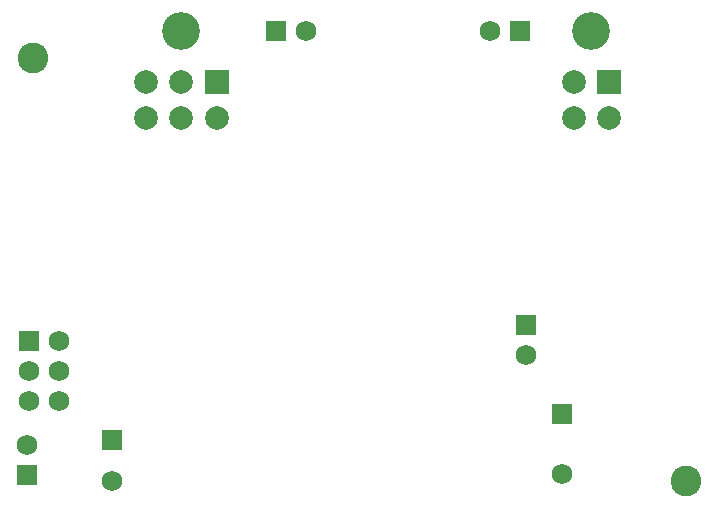
<source format=gbs>
G04 Layer_Color=16711935*
%FSLAX24Y24*%
%MOIN*%
G70*
G01*
G75*
%ADD91C,0.0680*%
%ADD92R,0.0680X0.0680*%
%ADD93R,0.0680X0.0680*%
%ADD94C,0.0789*%
%ADD95R,0.0789X0.0789*%
%ADD96C,0.1261*%
%ADD97R,0.0789X0.0789*%
%ADD98C,0.1025*%
D91*
X37549Y35280D02*
D03*
X38770Y31317D02*
D03*
X30222Y46083D02*
D03*
X36372D02*
D03*
X23750Y31083D02*
D03*
X21978Y33758D02*
D03*
X20978D02*
D03*
X21978Y34758D02*
D03*
X20978D02*
D03*
X21978Y35758D02*
D03*
X20935Y32289D02*
D03*
D92*
X37549Y36280D02*
D03*
X38770Y33317D02*
D03*
X23750Y32461D02*
D03*
X20935Y31289D02*
D03*
D93*
X29222Y46083D02*
D03*
X37372D02*
D03*
X20978Y35758D02*
D03*
D94*
X27244Y43209D02*
D03*
X24882Y44390D02*
D03*
X26063D02*
D03*
X24882Y43209D02*
D03*
X26063D02*
D03*
X40325D02*
D03*
X39144D02*
D03*
Y44390D02*
D03*
D95*
X27244D02*
D03*
D96*
X26063Y46091D02*
D03*
X39734D02*
D03*
D97*
X40325Y44390D02*
D03*
D98*
X21112Y45197D02*
D03*
X42901Y31109D02*
D03*
M02*

</source>
